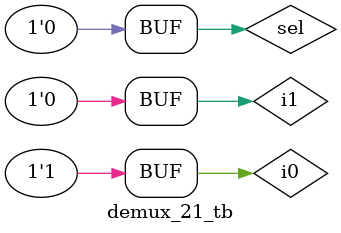
<source format=v>


module demux_21(input i0 ,i1 ,sel,
                output y);
  
  wire sel_not;
  wire and0 , and1;
  
  not(sel_not,sel);
  
  //and operation
  
  and(and0,i0,sel_not);
  and(and1,i1,sel);
  
  //find one
  
  or(y,and0,and1);
endmodule

// Code your testbench here
// or browse Examples


module demux_21_tb;
  
  reg i0,i1,sel;
  wire y;
  
  demux_21 dm(i0,i1,sel,y);
  
  initial begin
    
    $monitor("time = %0t | i0 = %b | i1 = %b | sel = %b | y = %b",$time,i0,i1,sel, y);
             
    
    i0 = 0; i1 =0; sel = 0; #10;
    
    i0 = 0; i1 =1; sel = 1; #10;
             
    i0 = 0; i1 =0; sel = 1; #10;
    
    i0 = 1; i1 =0; sel = 0; #10;
    
  end
  
  initial begin
  $dumpfile("demux_21.vcd");
  $dumpvars(0,demux_21_tb);
  end
endmodule

</source>
